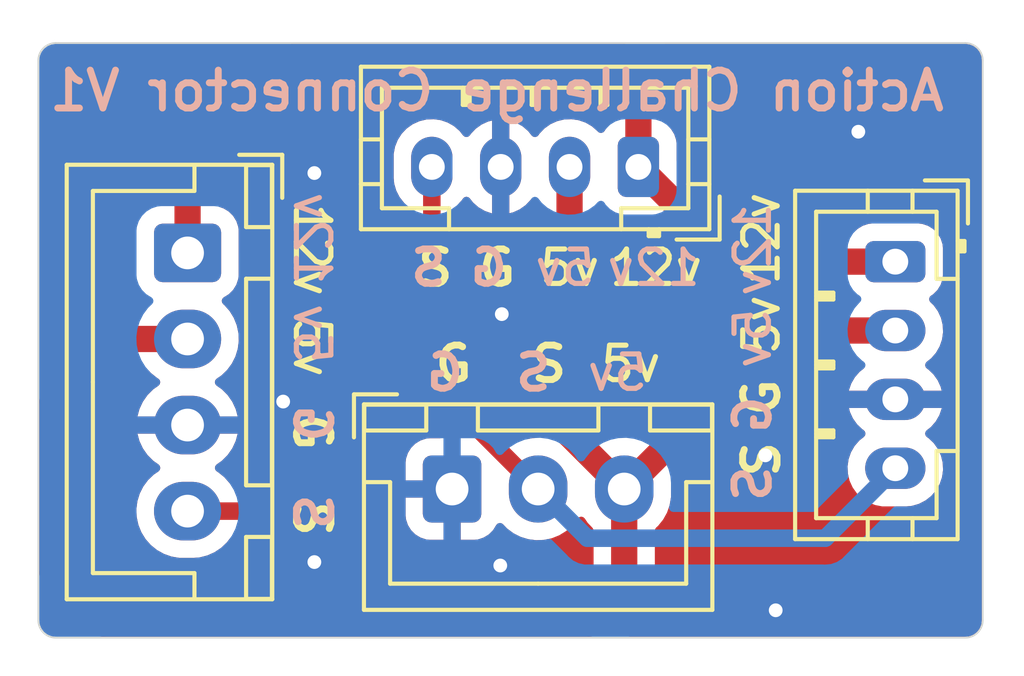
<source format=kicad_pcb>
(kicad_pcb (version 20221018) (generator pcbnew)
  (layers (0 "F.Cu" signal) (31 "B.Cu" signal) (34 "B.Paste" user) (35 "F.Paste" user) (36 "B.SilkS" user "B.Silkscreen") (37 "F.SilkS" user "F.Silkscreen") (38 "B.Mask" user) (39 "F.Mask" user) (44 "Edge.Cuts" user))
  (net 0 "")
  (net 1 "+12V")
  (net 2 "+5V")
  (net 3 "GND")
  (net 4 "ActionSignal")
  (footprint "Connector_JST:JST_PH_B4B-PH-K_1x04_P2.00mm_Vertical" (layer "F.Cu") (at 152.812 68.622 180)
    (fp_text reference "J1")
    (fp_text value "ActionOutput")
    (fp_line (start -2.36 -2.11) (end -2.36 -0.86) (stroke (width 0.12)) (layer "F.SilkS"))
    (fp_line (start -2.06 -1.81) (end -2.06 2.91) (stroke (width 0.12)) (layer "F.SilkS"))
    (fp_line (start -2.06 -0.5) (end -1.45 -0.5) (stroke (width 0.12)) (layer "F.SilkS"))
    (fp_line (start -2.06 0.8) (end -1.45 0.8) (stroke (width 0.12)) (layer "F.SilkS"))
    (fp_line (start -2.06 2.91) (end 8.06 2.91) (stroke (width 0.12)) (layer "F.SilkS"))
    (fp_line (start -1.45 -1.2) (end -1.45 2.3) (stroke (width 0.12)) (layer "F.SilkS"))
    (fp_line (start -1.45 2.3) (end 7.45 2.3) (stroke (width 0.12)) (layer "F.SilkS"))
    (fp_line (start -1.11 -2.11) (end -2.36 -2.11) (stroke (width 0.12)) (layer "F.SilkS"))
    (fp_line (start -0.6 -2.01) (end -0.6 -1.81) (stroke (width 0.12)) (layer "F.SilkS"))
    (fp_line (start -0.3 -2.01) (end -0.6 -2.01) (stroke (width 0.12)) (layer "F.SilkS"))
    (fp_line (start -0.3 -1.91) (end -0.6 -1.91) (stroke (width 0.12)) (layer "F.SilkS"))
    (fp_line (start -0.3 -1.81) (end -0.3 -2.01) (stroke (width 0.12)) (layer "F.SilkS"))
    (fp_line (start 0.5 -1.81) (end 0.5 -1.2) (stroke (width 0.12)) (layer "F.SilkS"))
    (fp_line (start 0.5 -1.2) (end -1.45 -1.2) (stroke (width 0.12)) (layer "F.SilkS"))
    (fp_line (start 0.9 1.8) (end 1.1 1.8) (stroke (width 0.12)) (layer "F.SilkS"))
    (fp_line (start 0.9 2.3) (end 0.9 1.8) (stroke (width 0.12)) (layer "F.SilkS"))
    (fp_line (start 1 2.3) (end 1 1.8) (stroke (width 0.12)) (layer "F.SilkS"))
    (fp_line (start 1.1 1.8) (end 1.1 2.3) (stroke (width 0.12)) (layer "F.SilkS"))
    (fp_line (start 2.9 1.8) (end 3.1 1.8) (stroke (width 0.12)) (layer "F.SilkS"))
    (fp_line (start 2.9 2.3) (end 2.9 1.8) (stroke (width 0.12)) (layer "F.SilkS"))
    (fp_line (start 3 2.3) (end 3 1.8) (stroke (width 0.12)) (layer "F.SilkS"))
    (fp_line (start 3.1 1.8) (end 3.1 2.3) (stroke (width 0.12)) (layer "F.SilkS"))
    (fp_line (start 4.9 1.8) (end 5.1 1.8) (stroke (width 0.12)) (layer "F.SilkS"))
    (fp_line (start 4.9 2.3) (end 4.9 1.8) (stroke (width 0.12)) (layer "F.SilkS"))
    (fp_line (start 5 2.3) (end 5 1.8) (stroke (width 0.12)) (layer "F.SilkS"))
    (fp_line (start 5.1 1.8) (end 5.1 2.3) (stroke (width 0.12)) (layer "F.SilkS"))
    (fp_line (start 5.5 -1.2) (end 5.5 -1.81) (stroke (width 0.12)) (layer "F.SilkS"))
    (fp_line (start 7.45 -1.2) (end 5.5 -1.2) (stroke (width 0.12)) (layer "F.SilkS"))
    (fp_line (start 7.45 2.3) (end 7.45 -1.2) (stroke (width 0.12)) (layer "F.SilkS"))
    (fp_line (start 8.06 -1.81) (end -2.06 -1.81) (stroke (width 0.12)) (layer "F.SilkS"))
    (fp_line (start 8.06 -0.5) (end 7.45 -0.5) (stroke (width 0.12)) (layer "F.SilkS"))
    (fp_line (start 8.06 0.8) (end 7.45 0.8) (stroke (width 0.12)) (layer "F.SilkS"))
    (fp_line (start 8.06 2.91) (end 8.06 -1.81) (stroke (width 0.12)) (layer "F.SilkS"))
    (pad "1" thru_hole roundrect (at 0 0 180) (size 1.2 1.75) (drill 0.75) (layers "*.Cu" "*.Mask") (roundrect_rratio 0.208333) (net 1 "+12V"))
    (pad "2" thru_hole oval (at 2 0 180) (size 1.2 1.75) (drill 0.75) (layers "*.Cu" "*.Mask") (net 2 "+5V"))
    (pad "3" thru_hole oval (at 4 0 180) (size 1.2 1.75) (drill 0.75) (layers "*.Cu" "*.Mask") (net 3 "GND"))
    (pad "4" thru_hole oval (at 6 0 180) (size 1.2 1.75) (drill 0.75) (layers "*.Cu" "*.Mask") (net 4 "ActionSignal"))
  )
  (footprint "Connector_JST:JST_XH_B3B-XH-A_1x03_P2.50mm_Vertical" (layer "F.Cu") (at 147.4 77.978)
    (fp_text reference "J2")
    (fp_text value "Button Wires")
    (fp_line (start -2.85 -2.75) (end -2.85 -1.5) (stroke (width 0.12)) (layer "F.SilkS"))
    (fp_line (start -2.56 -2.46) (end -2.56 3.51) (stroke (width 0.12)) (layer "F.SilkS"))
    (fp_line (start -2.56 3.51) (end 7.56 3.51) (stroke (width 0.12)) (layer "F.SilkS"))
    (fp_line (start -2.55 -2.45) (end -2.55 -1.7) (stroke (width 0.12)) (layer "F.SilkS"))
    (fp_line (start -2.55 -1.7) (end -0.75 -1.7) (stroke (width 0.12)) (layer "F.SilkS"))
    (fp_line (start -2.55 -0.2) (end -1.8 -0.2) (stroke (width 0.12)) (layer "F.SilkS"))
    (fp_line (start -1.8 -0.2) (end -1.8 2.75) (stroke (width 0.12)) (layer "F.SilkS"))
    (fp_line (start -1.8 2.75) (end 2.5 2.75) (stroke (width 0.12)) (layer "F.SilkS"))
    (fp_line (start -1.6 -2.75) (end -2.85 -2.75) (stroke (width 0.12)) (layer "F.SilkS"))
    (fp_line (start -0.75 -2.45) (end -2.55 -2.45) (stroke (width 0.12)) (layer "F.SilkS"))
    (fp_line (start -0.75 -1.7) (end -0.75 -2.45) (stroke (width 0.12)) (layer "F.SilkS"))
    (fp_line (start 0.75 -2.45) (end 0.75 -1.7) (stroke (width 0.12)) (layer "F.SilkS"))
    (fp_line (start 0.75 -1.7) (end 4.25 -1.7) (stroke (width 0.12)) (layer "F.SilkS"))
    (fp_line (start 4.25 -2.45) (end 0.75 -2.45) (stroke (width 0.12)) (layer "F.SilkS"))
    (fp_line (start 4.25 -1.7) (end 4.25 -2.45) (stroke (width 0.12)) (layer "F.SilkS"))
    (fp_line (start 5.75 -2.45) (end 5.75 -1.7) (stroke (width 0.12)) (layer "F.SilkS"))
    (fp_line (start 5.75 -1.7) (end 7.55 -1.7) (stroke (width 0.12)) (layer "F.SilkS"))
    (fp_line (start 6.8 -0.2) (end 6.8 2.75) (stroke (width 0.12)) (layer "F.SilkS"))
    (fp_line (start 6.8 2.75) (end 2.5 2.75) (stroke (width 0.12)) (layer "F.SilkS"))
    (fp_line (start 7.55 -2.45) (end 5.75 -2.45) (stroke (width 0.12)) (layer "F.SilkS"))
    (fp_line (start 7.55 -1.7) (end 7.55 -2.45) (stroke (width 0.12)) (layer "F.SilkS"))
    (fp_line (start 7.55 -0.2) (end 6.8 -0.2) (stroke (width 0.12)) (layer "F.SilkS"))
    (fp_line (start 7.56 -2.46) (end -2.56 -2.46) (stroke (width 0.12)) (layer "F.SilkS"))
    (fp_line (start 7.56 3.51) (end 7.56 -2.46) (stroke (width 0.12)) (layer "F.SilkS"))
    (pad "1" thru_hole roundrect (at 0 0) (size 1.7 1.95) (drill 0.95) (layers "*.Cu" "*.Mask") (roundrect_rratio 0.147059) (net 3 "GND"))
    (pad "2" thru_hole oval (at 2.5 0) (size 1.7 1.95) (drill 0.95) (layers "*.Cu" "*.Mask") (net 4 "ActionSignal"))
    (pad "3" thru_hole oval (at 5 0) (size 1.7 1.95) (drill 0.95) (layers "*.Cu" "*.Mask") (net 2 "+5V"))
  )
  (footprint "Connector_JST:JST_XH_B4B-XH-A_1x04_P2.50mm_Vertical" (layer "F.Cu") (at 139.717 71.12 -90)
    (fp_text reference "J3")
    (fp_text value "ActionOutput")
    (fp_line (start -2.85 -2.75) (end -2.85 -1.5) (stroke (width 0.12)) (layer "F.SilkS"))
    (fp_line (start -2.56 -2.46) (end -2.56 3.51) (stroke (width 0.12)) (layer "F.SilkS"))
    (fp_line (start -2.56 3.51) (end 10.06 3.51) (stroke (width 0.12)) (layer "F.SilkS"))
    (fp_line (start -2.55 -2.45) (end -2.55 -1.7) (stroke (width 0.12)) (layer "F.SilkS"))
    (fp_line (start -2.55 -1.7) (end -0.75 -1.7) (stroke (width 0.12)) (layer "F.SilkS"))
    (fp_line (start -2.55 -0.2) (end -1.8 -0.2) (stroke (width 0.12)) (layer "F.SilkS"))
    (fp_line (start -1.8 -0.2) (end -1.8 2.75) (stroke (width 0.12)) (layer "F.SilkS"))
    (fp_line (start -1.8 2.75) (end 3.75 2.75) (stroke (width 0.12)) (layer "F.SilkS"))
    (fp_line (start -1.6 -2.75) (end -2.85 -2.75) (stroke (width 0.12)) (layer "F.SilkS"))
    (fp_line (start -0.75 -2.45) (end -2.55 -2.45) (stroke (width 0.12)) (layer "F.SilkS"))
    (fp_line (start -0.75 -1.7) (end -0.75 -2.45) (stroke (width 0.12)) (layer "F.SilkS"))
    (fp_line (start 0.75 -2.45) (end 0.75 -1.7) (stroke (width 0.12)) (layer "F.SilkS"))
    (fp_line (start 0.75 -1.7) (end 6.75 -1.7) (stroke (width 0.12)) (layer "F.SilkS"))
    (fp_line (start 6.75 -2.45) (end 0.75 -2.45) (stroke (width 0.12)) (layer "F.SilkS"))
    (fp_line (start 6.75 -1.7) (end 6.75 -2.45) (stroke (width 0.12)) (layer "F.SilkS"))
    (fp_line (start 8.25 -2.45) (end 8.25 -1.7) (stroke (width 0.12)) (layer "F.SilkS"))
    (fp_line (start 8.25 -1.7) (end 10.05 -1.7) (stroke (width 0.12)) (layer "F.SilkS"))
    (fp_line (start 9.3 -0.2) (end 9.3 2.75) (stroke (width 0.12)) (layer "F.SilkS"))
    (fp_line (start 9.3 2.75) (end 3.75 2.75) (stroke (width 0.12)) (layer "F.SilkS"))
    (fp_line (start 10.05 -2.45) (end 8.25 -2.45) (stroke (width 0.12)) (layer "F.SilkS"))
    (fp_line (start 10.05 -1.7) (end 10.05 -2.45) (stroke (width 0.12)) (layer "F.SilkS"))
    (fp_line (start 10.05 -0.2) (end 9.3 -0.2) (stroke (width 0.12)) (layer "F.SilkS"))
    (fp_line (start 10.06 -2.46) (end -2.56 -2.46) (stroke (width 0.12)) (layer "F.SilkS"))
    (fp_line (start 10.06 3.51) (end 10.06 -2.46) (stroke (width 0.12)) (layer "F.SilkS"))
    (pad "1" thru_hole roundrect (at 0 0 270) (size 1.7 1.95) (drill 0.95) (layers "*.Cu" "*.Mask") (roundrect_rratio 0.147059) (net 1 "+12V"))
    (pad "2" thru_hole oval (at 2.5 0 270) (size 1.7 1.95) (drill 0.95) (layers "*.Cu" "*.Mask") (net 2 "+5V"))
    (pad "3" thru_hole oval (at 5 0 270) (size 1.7 1.95) (drill 0.95) (layers "*.Cu" "*.Mask") (net 3 "GND"))
    (pad "4" thru_hole oval (at 7.5 0 270) (size 1.7 1.95) (drill 0.95) (layers "*.Cu" "*.Mask") (net 4 "ActionSignal"))
  )
  (footprint "Connector_JST:JST_PH_B4B-PH-K_1x04_P2.00mm_Vertical" (layer "F.Cu") (at 160.274 71.374 -90)
    (fp_text reference "J4")
    (fp_text value "ActionTrigger")
    (fp_line (start -2.36 -2.11) (end -2.36 -0.86) (stroke (width 0.12)) (layer "F.SilkS"))
    (fp_line (start -2.06 -1.81) (end -2.06 2.91) (stroke (width 0.12)) (layer "F.SilkS"))
    (fp_line (start -2.06 -0.5) (end -1.45 -0.5) (stroke (width 0.12)) (layer "F.SilkS"))
    (fp_line (start -2.06 0.8) (end -1.45 0.8) (stroke (width 0.12)) (layer "F.SilkS"))
    (fp_line (start -2.06 2.91) (end 8.06 2.91) (stroke (width 0.12)) (layer "F.SilkS"))
    (fp_line (start -1.45 -1.2) (end -1.45 2.3) (stroke (width 0.12)) (layer "F.SilkS"))
    (fp_line (start -1.45 2.3) (end 7.45 2.3) (stroke (width 0.12)) (layer "F.SilkS"))
    (fp_line (start -1.11 -2.11) (end -2.36 -2.11) (stroke (width 0.12)) (layer "F.SilkS"))
    (fp_line (start -0.6 -2.01) (end -0.6 -1.81) (stroke (width 0.12)) (layer "F.SilkS"))
    (fp_line (start -0.3 -2.01) (end -0.6 -2.01) (stroke (width 0.12)) (layer "F.SilkS"))
    (fp_line (start -0.3 -1.91) (end -0.6 -1.91) (stroke (width 0.12)) (layer "F.SilkS"))
    (fp_line (start -0.3 -1.81) (end -0.3 -2.01) (stroke (width 0.12)) (layer "F.SilkS"))
    (fp_line (start 0.5 -1.81) (end 0.5 -1.2) (stroke (width 0.12)) (layer "F.SilkS"))
    (fp_line (start 0.5 -1.2) (end -1.45 -1.2) (stroke (width 0.12)) (layer "F.SilkS"))
    (fp_line (start 0.9 1.8) (end 1.1 1.8) (stroke (width 0.12)) (layer "F.SilkS"))
    (fp_line (start 0.9 2.3) (end 0.9 1.8) (stroke (width 0.12)) (layer "F.SilkS"))
    (fp_line (start 1 2.3) (end 1 1.8) (stroke (width 0.12)) (layer "F.SilkS"))
    (fp_line (start 1.1 1.8) (end 1.1 2.3) (stroke (width 0.12)) (layer "F.SilkS"))
    (fp_line (start 2.9 1.8) (end 3.1 1.8) (stroke (width 0.12)) (layer "F.SilkS"))
    (fp_line (start 2.9 2.3) (end 2.9 1.8) (stroke (width 0.12)) (layer "F.SilkS"))
    (fp_line (start 3 2.3) (end 3 1.8) (stroke (width 0.12)) (layer "F.SilkS"))
    (fp_line (start 3.1 1.8) (end 3.1 2.3) (stroke (width 0.12)) (layer "F.SilkS"))
    (fp_line (start 4.9 1.8) (end 5.1 1.8) (stroke (width 0.12)) (layer "F.SilkS"))
    (fp_line (start 4.9 2.3) (end 4.9 1.8) (stroke (width 0.12)) (layer "F.SilkS"))
    (fp_line (start 5 2.3) (end 5 1.8) (stroke (width 0.12)) (layer "F.SilkS"))
    (fp_line (start 5.1 1.8) (end 5.1 2.3) (stroke (width 0.12)) (layer "F.SilkS"))
    (fp_line (start 5.5 -1.2) (end 5.5 -1.81) (stroke (width 0.12)) (layer "F.SilkS"))
    (fp_line (start 7.45 -1.2) (end 5.5 -1.2) (stroke (width 0.12)) (layer "F.SilkS"))
    (fp_line (start 7.45 2.3) (end 7.45 -1.2) (stroke (width 0.12)) (layer "F.SilkS"))
    (fp_line (start 8.06 -1.81) (end -2.06 -1.81) (stroke (width 0.12)) (layer "F.SilkS"))
    (fp_line (start 8.06 -0.5) (end 7.45 -0.5) (stroke (width 0.12)) (layer "F.SilkS"))
    (fp_line (start 8.06 0.8) (end 7.45 0.8) (stroke (width 0.12)) (layer "F.SilkS"))
    (fp_line (start 8.06 2.91) (end 8.06 -1.81) (stroke (width 0.12)) (layer "F.SilkS"))
    (pad "1" thru_hole roundrect (at 0 0 270) (size 1.2 1.75) (drill 0.75) (layers "*.Cu" "*.Mask") (roundrect_rratio 0.208333) (net 1 "+12V"))
    (pad "2" thru_hole oval (at 2 0 270) (size 1.2 1.75) (drill 0.75) (layers "*.Cu" "*.Mask") (net 2 "+5V"))
    (pad "3" thru_hole oval (at 4 0 270) (size 1.2 1.75) (drill 0.75) (layers "*.Cu" "*.Mask") (net 3 "GND"))
    (pad "4" thru_hole oval (at 6 0 270) (size 1.2 1.75) (drill 0.75) (layers "*.Cu" "*.Mask") (net 4 "ActionSignal"))
  )
  (gr_line (start 135.382 81.788) (end 135.382 65.532) (stroke (width 0.05)) (layer "Edge.Cuts"))
  (gr_arc (start 135.89 82.296) (mid 135.53079 82.14721) (end 135.382 81.788) (stroke (width 0.05)) (layer "Edge.Cuts"))
  (gr_arc (start 162.814 81.788) (mid 162.66521 82.14721) (end 162.306 82.296) (stroke (width 0.05)) (layer "Edge.Cuts"))
  (gr_line (start 162.306 82.296) (end 135.89 82.296) (stroke (width 0.05)) (layer "Edge.Cuts"))
  (gr_line (start 135.89 65.024) (end 162.306 65.024) (stroke (width 0.05)) (layer "Edge.Cuts"))
  (gr_line (start 162.814 65.532) (end 162.814 81.788) (stroke (width 0.05)) (layer "Edge.Cuts"))
  (gr_arc (start 135.382 65.532) (mid 135.53079 65.17279) (end 135.89 65.024) (stroke (width 0.05)) (layer "Edge.Cuts"))
  (gr_arc (start 162.306 65.024) (mid 162.66521 65.17279) (end 162.814 65.532) (stroke (width 0.05)) (layer "Edge.Cuts"))
  (gr_text "12v" (at 142.748 72.136 -90) (layer "B.SilkS") (effects (font (size 1 1)) (justify left bottom mirror)))
  (gr_text "S" (at 147.32 72.136) (layer "B.SilkS") (effects (font (size 1 1) (thickness 0.2) bold) (justify left bottom mirror)))
  (gr_text "5v" (at 142.748 74.422 -90) (layer "B.SilkS") (effects (font (size 1 1)) (justify left bottom mirror)))
  (gr_text "G" (at 142.748 76.708 -90) (layer "B.SilkS") (effects (font (size 1 1) (thickness 0.2) bold) (justify left bottom mirror)))
  (gr_text "Action Challenge Connector V1" (at 161.798 67.056) (layer "B.SilkS") (effects (font (size 1.1 1.1) (thickness 0.2) bold) (justify left bottom mirror)))
  (gr_text "5v" (at 153.162 75.184) (layer "B.SilkS") (effects (font (size 1 1)) (justify left bottom mirror)))
  (gr_text "S" (at 156.718 77.216 90) (layer "B.SilkS") (effects (font (size 1 1) (thickness 0.2) bold) (justify left bottom mirror)))
  (gr_text "S" (at 150.368 75.184) (layer "B.SilkS") (effects (font (size 1 1) (thickness 0.2) bold) (justify left bottom mirror)))
  (gr_text "G" (at 149.098 72.136) (layer "B.SilkS") (effects (font (size 1 1) (thickness 0.2) bold) (justify left bottom mirror)))
  (gr_text "5v" (at 151.638 72.136) (layer "B.SilkS") (effects (font (size 1 1)) (justify left bottom mirror)))
  (gr_text "12v" (at 156.718 69.596 90) (layer "B.SilkS") (effects (font (size 1 1)) (justify left bottom mirror)))
  (gr_text "S" (at 142.748 79.248 -90) (layer "B.SilkS") (effects (font (size 1 1) (thickness 0.2) bold) (justify left bottom mirror)))
  (gr_text "5v" (at 156.718 72.644 90) (layer "B.SilkS") (effects (font (size 1 1)) (justify left bottom mirror)))
  (gr_text "12v" (at 154.686 72.136) (layer "B.SilkS") (effects (font (size 1 1)) (justify left bottom mirror)))
  (gr_text "G" (at 147.828 75.184) (layer "B.SilkS") (effects (font (size 1 1) (thickness 0.2) bold) (justify left bottom mirror)))
  (gr_text "G" (at 156.718 75.184 90) (layer "B.SilkS") (effects (font (size 1 1) (thickness 0.2) bold) (justify left bottom mirror)))
  (gr_text "5v" (at 156.972 74.168 90) (layer "F.SilkS") (effects (font (size 1 1)) (justify left bottom)))
  (gr_text "12v" (at 142.748 69.596 -90) (layer "F.SilkS") (effects (font (size 1 1)) (justify left bottom)))
  (gr_text "12v" (at 156.972 72.136 90) (layer "F.SilkS") (effects (font (size 1 1)) (justify left bottom)))
  (gr_text "5v" (at 142.748 72.898 -90) (layer "F.SilkS") (effects (font (size 1 1)) (justify left bottom)))
  (gr_text "S" (at 142.748 78.232 -90) (layer "F.SilkS") (effects (font (size 1 1) (thickness 0.2) bold) (justify left bottom)))
  (gr_text "G" (at 148.082 72.136) (layer "F.SilkS") (effects (font (size 1 1) (thickness 0.2) bold) (justify left bottom)))
  (gr_text "S" (at 146.304 72.136) (layer "F.SilkS") (effects (font (size 1 1) (thickness 0.2) bold) (justify left bottom)))
  (gr_text "5v" (at 151.638 74.93) (layer "F.SilkS") (effects (font (size 1 1)) (justify left bottom)))
  (gr_text "5v" (at 149.86 72.136) (layer "F.SilkS") (effects (font (size 1 1)) (justify left bottom)))
  (gr_text "S" (at 149.606 74.93) (layer "F.SilkS") (effects (font (size 1 1) (thickness 0.2) bold) (justify left bottom)))
  (gr_text "S" (at 156.972 77.724 90) (layer "F.SilkS") (effects (font (size 1 1) (thickness 0.2) bold) (justify left bottom)))
  (gr_text "G" (at 146.812 74.93) (layer "F.SilkS") (effects (font (size 1 1) (thickness 0.2) bold) (justify left bottom)))
  (gr_text "G" (at 142.748 75.692 -90) (layer "F.SilkS") (effects (font (size 1 1) (thickness 0.2) bold) (justify left bottom)))
  (gr_text "G" (at 156.972 75.946 90) (layer "F.SilkS") (effects (font (size 1 1) (thickness 0.2) bold) (justify left bottom)))
  (gr_text "12v" (at 151.892 72.136) (layer "F.SilkS") (effects (font (size 1 1)) (justify left bottom)))
  (segment (start 155.564 71.374) (end 152.812 68.622) (width 0.762) (layer "F.Cu") (net 1))
  (segment (start 139.717 68.461) (end 139.717 71.12) (width 0.762) (layer "F.Cu") (net 1))
  (segment (start 152.812 65.842) (end 152.4 65.43) (width 0.762) (layer "F.Cu") (net 1))
  (segment (start 152.812 68.622) (end 152.812 65.842) (width 0.762) (layer "F.Cu") (net 1))
  (segment (start 142.748 65.43) (end 139.717 68.461) (width 0.762) (layer "F.Cu") (net 1))
  (segment (start 160.274 71.374) (end 155.564 71.374) (width 0.762) (layer "F.Cu") (net 1))
  (segment (start 152.4 65.43) (end 142.748 65.43) (width 0.762) (layer "F.Cu") (net 1))
  (segment (start 137.262 81.89) (end 135.788 80.416) (width 0.762) (layer "F.Cu") (net 2))
  (segment (start 150.812 76.39) (end 152.4 77.978) (width 0.762) (layer "F.Cu") (net 2))
  (segment (start 135.788 75.438) (end 137.606 73.62) (width 0.762) (layer "F.Cu") (net 2))
  (segment (start 137.606 73.62) (end 139.717 73.62) (width 0.762) (layer "F.Cu") (net 2))
  (segment (start 151.384 81.89) (end 137.262 81.89) (width 0.762) (layer "F.Cu") (net 2))
  (segment (start 157.512 73.374) (end 160.274 73.374) (width 0.762) (layer "F.Cu") (net 2))
  (segment (start 152.4 77.978) (end 152.4 80.874) (width 0.762) (layer "F.Cu") (net 2))
  (segment (start 135.788 80.416) (end 135.788 75.438) (width 0.762) (layer "F.Cu") (net 2))
  (segment (start 150.812 68.622) (end 150.812 76.39) (width 0.762) (layer "F.Cu") (net 2))
  (segment (start 157.48 73.406) (end 157.512 73.374) (width 0.762) (layer "F.Cu") (net 2))
  (segment (start 152.4 80.874) (end 151.384 81.89) (width 0.762) (layer "F.Cu") (net 2))
  (segment (start 156.972 73.406) (end 157.48 73.406) (width 0.762) (layer "F.Cu") (net 2))
  (segment (start 152.4 77.978) (end 156.972 73.406) (width 0.762) (layer "F.Cu") (net 2))
  (via (at 142.494 75.438) (size 0.8) (drill 0.4) (layers "F.Cu" "B.Cu") (net 3))
  (via (at 156.8 81.5) (size 0.8) (drill 0.4) (layers "F.Cu" "B.Cu") (net 3))
  (via (at 148.844 72.898) (size 0.8) (drill 0.4) (layers "F.Cu" "B.Cu") (net 3))
  (via (at 143.4 68.8) (size 0.8) (drill 0.4) (layers "F.Cu" "B.Cu") (net 3))
  (via (at 156.5 77) (size 0.8) (drill 0.4) (layers "F.Cu" "B.Cu") (net 3))
  (via (at 143.4 80.1) (size 0.8) (drill 0.4) (layers "F.Cu" "B.Cu") (net 3))
  (via (at 159.2 67.6) (size 0.8) (drill 0.4) (layers "F.Cu" "B.Cu") (net 3))
  (via (at 148.8 80.2) (size 0.8) (drill 0.4) (layers "F.Cu" "B.Cu") (net 3))
  (segment (start 146.812 74.89) (end 149.9 77.978) (width 0.508) (layer "F.Cu") (net 4))
  (segment (start 146.812 74.676) (end 146.812 74.89) (width 0.508) (layer "F.Cu") (net 4))
  (segment (start 146.812 68.622) (end 146.812 74.676) (width 0.508) (layer "F.Cu") (net 4))
  (segment (start 139.717 78.62) (end 142.868 78.62) (width 0.508) (layer "F.Cu") (net 4))
  (segment (start 142.868 78.62) (end 146.812 74.676) (width 0.508) (layer "F.Cu") (net 4))
  (segment (start 149.9 77.978) (end 151.329 79.407) (width 0.508) (layer "B.Cu") (net 4))
  (segment (start 158.241 79.407) (end 160.274 77.374) (width 0.508) (layer "B.Cu") (net 4))
  (segment (start 151.329 79.407) (end 158.241 79.407) (width 0.508) (layer "B.Cu") (net 4))
  (zone (net 3) (net_name "GND") (layers "F&B.Cu") (connect_pads (clearance 0.508)) (min_thickness 0.25) (fill yes (thermal_gap 0.5) (thermal_bridge_width 0.5))
    (polygon (pts (xy 134.874 64.008) (xy 163.83 64.008) (xy 163.83 83.058) (xy 135.128 83.058)))
  )
)
</source>
